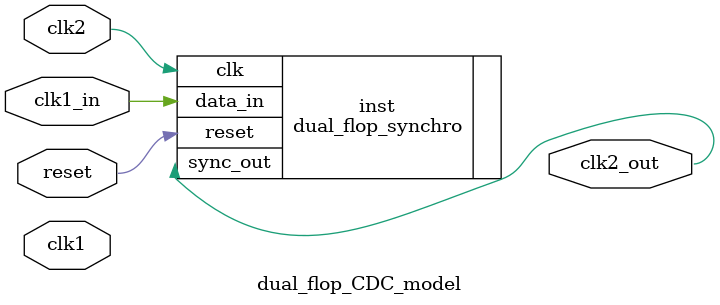
<source format=v>

`timescale 1ns/1ns


module dual_flop_CDC_model(
output  clk2_out,
input clk1,
input clk2,
input reset,
input clk1_in);

reg clk1_ff_out;

dual_flop_synchro inst(
.clk(clk2),
.sync_out(clk2_out),
.reset(reset),
.data_in(clk1_in));

always@(posedge clk1) begin
	if(reset) clk1_ff_out<=0;
	else clk1_ff_out<=clk1_in;

end



endmodule
</source>
